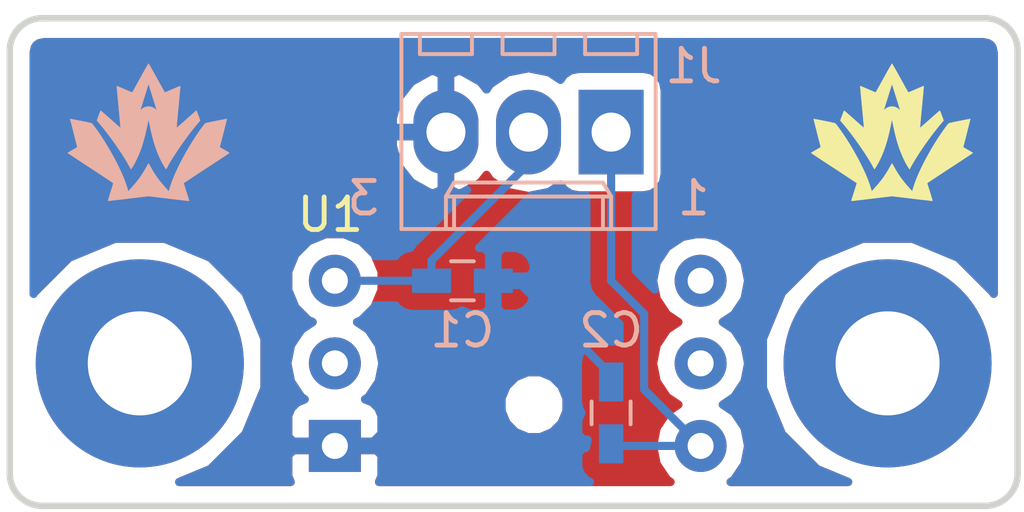
<source format=kicad_pcb>
(kicad_pcb (version 20171130) (host pcbnew "(5.0.0)")

  (general
    (thickness 1.6)
    (drawings 10)
    (tracks 18)
    (zones 0)
    (modules 8)
    (nets 7)
  )

  (page A4)
  (layers
    (0 F.Cu signal)
    (31 B.Cu signal)
    (32 B.Adhes user)
    (33 F.Adhes user)
    (34 B.Paste user)
    (35 F.Paste user)
    (36 B.SilkS user)
    (37 F.SilkS user)
    (38 B.Mask user)
    (39 F.Mask user)
    (40 Dwgs.User user hide)
    (41 Cmts.User user)
    (42 Eco1.User user)
    (43 Eco2.User user hide)
    (44 Edge.Cuts user)
    (45 Margin user)
    (46 B.CrtYd user hide)
    (47 F.CrtYd user hide)
    (48 B.Fab user hide)
    (49 F.Fab user hide)
  )

  (setup
    (last_trace_width 0.25)
    (trace_clearance 0.2)
    (zone_clearance 0.508)
    (zone_45_only no)
    (trace_min 0.2)
    (segment_width 0.2)
    (edge_width 0.2)
    (via_size 0.8)
    (via_drill 0.4)
    (via_min_size 0.4)
    (via_min_drill 0.3)
    (uvia_size 0.3)
    (uvia_drill 0.1)
    (uvias_allowed no)
    (uvia_min_size 0.2)
    (uvia_min_drill 0.1)
    (pcb_text_width 0.3)
    (pcb_text_size 1.5 1.5)
    (mod_edge_width 0.15)
    (mod_text_size 1 1)
    (mod_text_width 0.15)
    (pad_size 1.524 1.524)
    (pad_drill 0.762)
    (pad_to_mask_clearance 0.2)
    (aux_axis_origin 0 0)
    (visible_elements 7FFFFF7F)
    (pcbplotparams
      (layerselection 0x010fc_ffffffff)
      (usegerberextensions false)
      (usegerberattributes false)
      (usegerberadvancedattributes false)
      (creategerberjobfile false)
      (excludeedgelayer true)
      (linewidth 0.100000)
      (plotframeref false)
      (viasonmask false)
      (mode 1)
      (useauxorigin false)
      (hpglpennumber 1)
      (hpglpenspeed 20)
      (hpglpendiameter 15.000000)
      (psnegative false)
      (psa4output false)
      (plotreference true)
      (plotvalue true)
      (plotinvisibletext false)
      (padsonsilk false)
      (subtractmaskfromsilk false)
      (outputformat 1)
      (mirror false)
      (drillshape 1)
      (scaleselection 1)
      (outputdirectory ""))
  )

  (net 0 "")
  (net 1 /VOUT)
  (net 2 GND)
  (net 3 +5V)
  (net 4 "Net-(U1-Pad5)")
  (net 5 "Net-(U1-Pad2)")
  (net 6 "Net-(U1-Pad4)")

  (net_class Default "This is the default net class."
    (clearance 0.2)
    (trace_width 0.25)
    (via_dia 0.8)
    (via_drill 0.4)
    (uvia_dia 0.3)
    (uvia_drill 0.1)
    (add_net +5V)
    (add_net /VOUT)
    (add_net GND)
    (add_net "Net-(U1-Pad2)")
    (add_net "Net-(U1-Pad4)")
    (add_net "Net-(U1-Pad5)")
  )

  (module Team_Logo:Logo_SilkScreen_5mm (layer B.Cu) (tedit 0) (tstamp 5CD7722B)
    (at 144.272 95.504 180)
    (fp_text reference G*** (at 0 0 180) (layer B.SilkS) hide
      (effects (font (size 1.524 1.524) (thickness 0.3)) (justify mirror))
    )
    (fp_text value LOGO (at 0.75 0 180) (layer B.SilkS) hide
      (effects (font (size 1.524 1.524) (thickness 0.3)) (justify mirror))
    )
    (fp_poly (pts (xy -2.399303 0.40603) (xy -2.379967 0.4026) (xy -2.349648 0.39697) (xy -2.309681 0.389395)
      (xy -2.261401 0.380129) (xy -2.206141 0.369428) (xy -2.145238 0.357545) (xy -2.080024 0.344737)
      (xy -2.078906 0.344516) (xy -1.998323 0.328526) (xy -1.930525 0.314818) (xy -1.874604 0.303185)
      (xy -1.829652 0.29342) (xy -1.794761 0.285317) (xy -1.769022 0.27867) (xy -1.751526 0.273271)
      (xy -1.741367 0.268915) (xy -1.738898 0.267196) (xy -1.726426 0.253773) (xy -1.707274 0.230344)
      (xy -1.682553 0.198434) (xy -1.653376 0.159567) (xy -1.620856 0.115268) (xy -1.586104 0.067063)
      (xy -1.550233 0.016476) (xy -1.514356 -0.034969) (xy -1.479585 -0.085745) (xy -1.457727 -0.118234)
      (xy -1.354458 -0.277334) (xy -1.253281 -0.441776) (xy -1.155346 -0.609429) (xy -1.061801 -0.778163)
      (xy -0.973798 -0.945847) (xy -0.892487 -1.110352) (xy -0.819016 -1.269546) (xy -0.755218 -1.419617)
      (xy -0.739134 -1.46063) (xy -0.72165 -1.507438) (xy -0.703589 -1.557618) (xy -0.68577 -1.608749)
      (xy -0.669013 -1.658409) (xy -0.65414 -1.704176) (xy -0.64197 -1.743629) (xy -0.633324 -1.774346)
      (xy -0.629611 -1.790372) (xy -0.625353 -1.807015) (xy -0.62088 -1.815845) (xy -0.619923 -1.816274)
      (xy -0.613246 -1.811234) (xy -0.598928 -1.797142) (xy -0.578354 -1.775541) (xy -0.552912 -1.747973)
      (xy -0.523984 -1.715981) (xy -0.492958 -1.681108) (xy -0.461218 -1.644897) (xy -0.430149 -1.608889)
      (xy -0.401136 -1.574628) (xy -0.379951 -1.54904) (xy -0.315069 -1.46714) (xy -0.25532 -1.386123)
      (xy -0.198583 -1.302812) (xy -0.142732 -1.214035) (xy -0.085646 -1.116615) (xy -0.059188 -1.069471)
      (xy -0.039487 -1.034757) (xy -0.021834 -1.005166) (xy -0.00738 -0.982505) (xy 0.002728 -0.968579)
      (xy 0.007259 -0.965088) (xy 0.012526 -0.973146) (xy 0.022843 -0.990848) (xy 0.036705 -1.015556)
      (xy 0.052178 -1.043836) (xy 0.129089 -1.179716) (xy 0.207247 -1.30481) (xy 0.28871 -1.422225)
      (xy 0.375537 -1.53507) (xy 0.386337 -1.548357) (xy 0.412781 -1.580211) (xy 0.442384 -1.61504)
      (xy 0.473767 -1.651306) (xy 0.505545 -1.687468) (xy 0.536339 -1.721989) (xy 0.564766 -1.753329)
      (xy 0.589445 -1.779948) (xy 0.608992 -1.800309) (xy 0.622028 -1.812872) (xy 0.626883 -1.816274)
      (xy 0.631129 -1.810181) (xy 0.63561 -1.795069) (xy 0.636571 -1.790372) (xy 0.641986 -1.767926)
      (xy 0.651549 -1.7349) (xy 0.66444 -1.693717) (xy 0.679838 -1.646799) (xy 0.696924 -1.596567)
      (xy 0.714876 -1.545443) (xy 0.732873 -1.495849) (xy 0.750097 -1.450206) (xy 0.762178 -1.419617)
      (xy 0.825492 -1.270701) (xy 0.897659 -1.114261) (xy 0.977518 -0.952442) (xy 1.063912 -0.78739)
      (xy 1.155683 -0.621251) (xy 1.251672 -0.456171) (xy 1.350722 -0.294296) (xy 1.451675 -0.137772)
      (xy 1.463995 -0.119251) (xy 1.497378 -0.069822) (xy 1.532611 -0.018694) (xy 1.568585 0.032611)
      (xy 1.604188 0.08257) (xy 1.638312 0.129661) (xy 1.669845 0.172361) (xy 1.697678 0.209146)
      (xy 1.7207 0.238496) (xy 1.737802 0.258886) (xy 1.745553 0.266921) (xy 1.752906 0.270889)
      (xy 1.767791 0.275934) (xy 1.791057 0.282248) (xy 1.823552 0.290023) (xy 1.866124 0.299453)
      (xy 1.919624 0.310729) (xy 1.984898 0.324045) (xy 2.062795 0.339593) (xy 2.085561 0.344092)
      (xy 2.150866 0.356936) (xy 2.211884 0.368863) (xy 2.267281 0.379618) (xy 2.315724 0.388945)
      (xy 2.355878 0.396588) (xy 2.386409 0.402292) (xy 2.405985 0.405802) (xy 2.413271 0.406863)
      (xy 2.413282 0.406857) (xy 2.411871 0.400157) (xy 2.407357 0.381354) (xy 2.400092 0.351829)
      (xy 2.390424 0.312961) (xy 2.378704 0.266131) (xy 2.365282 0.212718) (xy 2.350509 0.154103)
      (xy 2.334733 0.091666) (xy 2.318307 0.026786) (xy 2.301579 -0.039155) (xy 2.284899 -0.104779)
      (xy 2.268619 -0.168704) (xy 2.253087 -0.229551) (xy 2.238655 -0.28594) (xy 2.225672 -0.336491)
      (xy 2.214488 -0.379823) (xy 2.205454 -0.414557) (xy 2.19892 -0.439312) (xy 2.195235 -0.452708)
      (xy 2.195076 -0.453241) (xy 2.196765 -0.458541) (xy 2.205068 -0.466598) (xy 2.221059 -0.478116)
      (xy 2.245815 -0.493804) (xy 2.280413 -0.514366) (xy 2.325929 -0.540511) (xy 2.341465 -0.549317)
      (xy 2.382695 -0.57284) (xy 2.419584 -0.594285) (xy 2.450494 -0.612666) (xy 2.473786 -0.626997)
      (xy 2.487821 -0.636294) (xy 2.491288 -0.6394) (xy 2.485575 -0.643811) (xy 2.468909 -0.655347)
      (xy 2.442003 -0.673538) (xy 2.405567 -0.697913) (xy 2.360312 -0.728004) (xy 2.30695 -0.76334)
      (xy 2.246192 -0.803452) (xy 2.178749 -0.84787) (xy 2.105332 -0.896125) (xy 2.026653 -0.947746)
      (xy 1.943423 -1.002264) (xy 1.856352 -1.05921) (xy 1.788519 -1.103515) (xy 1.699009 -1.162002)
      (xy 1.6128 -1.218441) (xy 1.530605 -1.27236) (xy 1.453136 -1.323288) (xy 1.381103 -1.370752)
      (xy 1.315218 -1.414282) (xy 1.256194 -1.453407) (xy 1.204741 -1.487654) (xy 1.161572 -1.516551)
      (xy 1.127398 -1.539629) (xy 1.10293 -1.556414) (xy 1.088881 -1.566436) (xy 1.085609 -1.569233)
      (xy 1.087617 -1.577185) (xy 1.093405 -1.596948) (xy 1.102527 -1.627073) (xy 1.114537 -1.666109)
      (xy 1.128987 -1.712609) (xy 1.14543 -1.765123) (xy 1.163421 -1.8222) (xy 1.169899 -1.842667)
      (xy 1.188187 -1.900842) (xy 1.204891 -1.954858) (xy 1.219588 -2.003284) (xy 1.231858 -2.044691)
      (xy 1.241279 -2.077649) (xy 1.247428 -2.100726) (xy 1.249885 -2.112494) (xy 1.24979 -2.113681)
      (xy 1.242366 -2.113537) (xy 1.222111 -2.111817) (xy 1.190012 -2.108631) (xy 1.147052 -2.10409)
      (xy 1.094217 -2.098305) (xy 1.032491 -2.091385) (xy 0.962861 -2.083441) (xy 0.886309 -2.074584)
      (xy 0.803823 -2.064924) (xy 0.716386 -2.054571) (xy 0.624983 -2.043637) (xy 0.624365 -2.043562)
      (xy 0.00348 -1.968904) (xy -0.604682 -2.042206) (xy -0.695479 -2.053127) (xy -0.782541 -2.063557)
      (xy -0.864846 -2.073374) (xy -0.941372 -2.08246) (xy -1.011098 -2.090694) (xy -1.073003 -2.097956)
      (xy -1.126065 -2.104126) (xy -1.169262 -2.109085) (xy -1.201573 -2.112712) (xy -1.221976 -2.114888)
      (xy -1.229244 -2.115507) (xy -1.241843 -2.113419) (xy -1.245644 -2.109732) (xy -1.243606 -2.102038)
      (xy -1.237792 -2.082534) (xy -1.228652 -2.052669) (xy -1.216636 -2.013894) (xy -1.202194 -1.967658)
      (xy -1.185777 -1.915412) (xy -1.167833 -1.858605) (xy -1.162137 -1.840631) (xy -1.143807 -1.782644)
      (xy -1.126871 -1.728704) (xy -1.111779 -1.680273) (xy -1.098982 -1.638814) (xy -1.08893 -1.605788)
      (xy -1.082074 -1.582658) (xy -1.078865 -1.570887) (xy -1.07868 -1.56979) (xy -1.084401 -1.565101)
      (xy -1.101077 -1.553295) (xy -1.127996 -1.534844) (xy -1.164447 -1.51022) (xy -1.209717 -1.479894)
      (xy -1.263097 -1.44434) (xy -1.323873 -1.404028) (xy -1.391335 -1.359433) (xy -1.464771 -1.311025)
      (xy -1.54347 -1.259276) (xy -1.626719 -1.20466) (xy -1.713808 -1.147648) (xy -1.781529 -1.103395)
      (xy -1.871025 -1.044918) (xy -1.957219 -0.988516) (xy -2.039398 -0.934658) (xy -2.116852 -0.883814)
      (xy -2.18887 -0.836454) (xy -2.254741 -0.793047) (xy -2.313754 -0.754064) (xy -2.365197 -0.719972)
      (xy -2.408359 -0.691244) (xy -2.442529 -0.668346) (xy -2.466997 -0.651751) (xy -2.48105 -0.641926)
      (xy -2.484328 -0.63928) (xy -2.478524 -0.634556) (xy -2.462203 -0.624037) (xy -2.437005 -0.608707)
      (xy -2.404568 -0.58955) (xy -2.366532 -0.567549) (xy -2.334506 -0.549317) (xy -2.285592 -0.521406)
      (xy -2.247911 -0.499284) (xy -2.220387 -0.482243) (xy -2.201943 -0.469578) (xy -2.191503 -0.460582)
      (xy -2.18799 -0.454548) (xy -2.188116 -0.453241) (xy -2.191584 -0.440724) (xy -2.197926 -0.416746)
      (xy -2.206793 -0.382687) (xy -2.217835 -0.339928) (xy -2.230701 -0.289849) (xy -2.245041 -0.233829)
      (xy -2.260505 -0.17325) (xy -2.276744 -0.109492) (xy -2.293407 -0.043934) (xy -2.310143 0.022043)
      (xy -2.326604 0.087059) (xy -2.342438 0.149733) (xy -2.357295 0.208686) (xy -2.370827 0.262537)
      (xy -2.382681 0.309906) (xy -2.392509 0.349412) (xy -2.39996 0.379676) (xy -2.404685 0.399318)
      (xy -2.406332 0.406956) (xy -2.406323 0.407006) (xy -2.399303 0.40603)) (layer B.SilkS) (width 0.01))
    (fp_poly (pts (xy 0.007914 2.102095) (xy 0.018516 2.084931) (xy 0.034733 2.057506) (xy 0.056017 2.020785)
      (xy 0.081817 1.975731) (xy 0.111583 1.92331) (xy 0.144765 1.864485) (xy 0.180813 1.800222)
      (xy 0.219176 1.731483) (xy 0.252447 1.671606) (xy 0.292369 1.599633) (xy 0.330398 1.531105)
      (xy 0.365983 1.467012) (xy 0.398574 1.408344) (xy 0.427619 1.356092) (xy 0.452569 1.311245)
      (xy 0.472873 1.274795) (xy 0.48798 1.24773) (xy 0.497339 1.231042) (xy 0.500334 1.225803)
      (xy 0.504557 1.224399) (xy 0.51441 1.22605) (xy 0.530913 1.231149) (xy 0.55509 1.240091)
      (xy 0.587962 1.253272) (xy 0.630551 1.271084) (xy 0.68388 1.293924) (xy 0.740783 1.318615)
      (xy 0.794229 1.34174) (xy 0.843633 1.362802) (xy 0.887555 1.38121) (xy 0.924557 1.396375)
      (xy 0.953199 1.407707) (xy 0.972043 1.414618) (xy 0.979651 1.416518) (xy 0.9797 1.416483)
      (xy 0.97968 1.409077) (xy 0.978395 1.388792) (xy 0.97593 1.356601) (xy 0.972371 1.313478)
      (xy 0.967805 1.260395) (xy 0.962318 1.198327) (xy 0.955995 1.128245) (xy 0.948924 1.051124)
      (xy 0.94119 0.967936) (xy 0.93288 0.879655) (xy 0.92408 0.787253) (xy 0.922606 0.771887)
      (xy 0.913721 0.678942) (xy 0.905282 0.589986) (xy 0.897379 0.50599) (xy 0.890099 0.427923)
      (xy 0.883532 0.356756) (xy 0.877764 0.293459) (xy 0.872885 0.239002) (xy 0.868983 0.194357)
      (xy 0.866146 0.160493) (xy 0.864462 0.138381) (xy 0.86402 0.12899) (xy 0.864073 0.128731)
      (xy 0.869652 0.132689) (xy 0.884688 0.145113) (xy 0.908257 0.165197) (xy 0.939434 0.192137)
      (xy 0.977296 0.225127) (xy 1.020918 0.263364) (xy 1.069376 0.306041) (xy 1.121745 0.352354)
      (xy 1.168061 0.39346) (xy 1.223108 0.442306) (xy 1.2751 0.488277) (xy 1.3231 0.530555)
      (xy 1.366174 0.568324) (xy 1.403385 0.600767) (xy 1.433797 0.627069) (xy 1.456475 0.646413)
      (xy 1.470482 0.657982) (xy 1.474853 0.661095) (xy 1.476978 0.659537) (xy 1.480242 0.654092)
      (xy 1.485099 0.643602) (xy 1.492001 0.626911) (xy 1.501401 0.602862) (xy 1.513751 0.570298)
      (xy 1.529503 0.528061) (xy 1.549111 0.474996) (xy 1.571753 0.413417) (xy 1.592427 0.357108)
      (xy 1.533126 0.288698) (xy 1.456616 0.198194) (xy 1.376367 0.099105) (xy 1.293504 -0.00696)
      (xy 1.209153 -0.118391) (xy 1.12444 -0.233578) (xy 1.04049 -0.350911) (xy 0.958429 -0.468779)
      (xy 0.879382 -0.585573) (xy 0.804476 -0.699683) (xy 0.734836 -0.809499) (xy 0.671587 -0.91341)
      (xy 0.615856 -1.009807) (xy 0.582192 -1.071437) (xy 0.544401 -1.142623) (xy 0.521445 -1.109258)
      (xy 0.477684 -1.040895) (xy 0.432339 -0.961222) (xy 0.3865 -0.872587) (xy 0.341257 -0.777337)
      (xy 0.297702 -0.677821) (xy 0.256925 -0.576387) (xy 0.220016 -0.475383) (xy 0.201808 -0.421014)
      (xy 0.168975 -0.31398) (xy 0.136111 -0.196397) (xy 0.104045 -0.071606) (xy 0.073605 0.057052)
      (xy 0.045619 0.186234) (xy 0.023846 0.296803) (xy 0.004129 0.402236) (xy -0.031696 0.223734)
      (xy -0.071287 0.037848) (xy -0.112993 -0.13529) (xy -0.15719 -0.296738) (xy -0.204253 -0.447556)
      (xy -0.254557 -0.588803) (xy -0.308478 -0.721539) (xy -0.366391 -0.846822) (xy -0.42867 -0.965714)
      (xy -0.489731 -1.069689) (xy -0.506356 -1.096104) (xy -0.520568 -1.117856) (xy -0.530643 -1.132356)
      (xy -0.534554 -1.136989) (xy -0.539719 -1.132639) (xy -0.549334 -1.11834) (xy -0.561763 -1.096659)
      (xy -0.569037 -1.082849) (xy -0.609485 -1.007484) (xy -0.658109 -0.923061) (xy -0.713921 -0.830995)
      (xy -0.775934 -0.732702) (xy -0.843159 -0.629597) (xy -0.914609 -0.523097) (xy -0.989296 -0.414616)
      (xy -1.066231 -0.305572) (xy -1.144426 -0.197379) (xy -1.222894 -0.091454) (xy -1.300647 0.010787)
      (xy -1.376696 0.10793) (xy -1.450053 0.198558) (xy -1.519731 0.281255) (xy -1.526167 0.288698)
      (xy -1.585467 0.357108) (xy -1.564794 0.413417) (xy -1.541096 0.477864) (xy -1.521684 0.530382)
      (xy -1.506108 0.572126) (xy -1.493915 0.604252) (xy -1.484653 0.627918) (xy -1.47787 0.644278)
      (xy -1.473114 0.65449) (xy -1.469933 0.659709) (xy -1.467968 0.661095) (xy -1.461878 0.656599)
      (xy -1.446336 0.643655) (xy -1.42228 0.623079) (xy -1.390645 0.595687) (xy -1.352366 0.562294)
      (xy -1.30838 0.523717) (xy -1.259622 0.480772) (xy -1.207029 0.434274) (xy -1.161099 0.393538)
      (xy -1.106136 0.344809) (xy -1.054313 0.299038) (xy -1.006554 0.257027) (xy -0.963782 0.219582)
      (xy -0.926922 0.187508) (xy -0.896898 0.16161) (xy -0.874634 0.142691) (xy -0.861055 0.131556)
      (xy -0.857036 0.128808) (xy -0.857275 0.135991) (xy -0.85877 0.156056) (xy -0.861433 0.188034)
      (xy -0.865175 0.230953) (xy -0.869907 0.283845) (xy -0.875541 0.345739) (xy -0.881989 0.415664)
      (xy -0.889162 0.49265) (xy -0.896973 0.575728) (xy -0.905331 0.663927) (xy -0.906411 0.675241)
      (xy -0.24938 0.675241) (xy -0.246837 0.674499) (xy -0.236612 0.68203) (xy -0.220832 0.696236)
      (xy -0.21879 0.698194) (xy -0.194172 0.718687) (xy -0.163582 0.739692) (xy -0.135698 0.755571)
      (xy -0.073588 0.779156) (xy -0.010539 0.789226) (xy 0.052073 0.78599) (xy 0.112872 0.769657)
      (xy 0.170481 0.740437) (xy 0.220452 0.701447) (xy 0.238262 0.685581) (xy 0.250904 0.675876)
      (xy 0.256292 0.673876) (xy 0.256181 0.675013) (xy 0.253497 0.683383) (xy 0.247047 0.703849)
      (xy 0.237204 0.735219) (xy 0.224341 0.776302) (xy 0.20883 0.825904) (xy 0.191044 0.882836)
      (xy 0.171357 0.945903) (xy 0.15014 1.013915) (xy 0.12888 1.082109) (xy 0.106647 1.1534)
      (xy 0.085658 1.220629) (xy 0.066273 1.282639) (xy 0.048857 1.338272) (xy 0.033771 1.386372)
      (xy 0.02138 1.425781) (xy 0.012046 1.455342) (xy 0.006131 1.473897) (xy 0.004004 1.480288)
      (xy 0.00177 1.474112) (xy -0.004235 1.45579) (xy -0.013648 1.426464) (xy -0.026109 1.387278)
      (xy -0.041255 1.339376) (xy -0.058726 1.2839) (xy -0.078159 1.221995) (xy -0.099193 1.154804)
      (xy -0.121417 1.08363) (xy -0.143799 1.011891) (xy -0.165009 0.943968) (xy -0.184676 0.881049)
      (xy -0.202427 0.824323) (xy -0.217888 0.774979) (xy -0.230689 0.734205) (xy -0.240456 0.703189)
      (xy -0.246817 0.683121) (xy -0.24938 0.675241) (xy -0.906411 0.675241) (xy -0.91415 0.756276)
      (xy -0.915647 0.771887) (xy -0.924518 0.864869) (xy -0.932912 0.95389) (xy -0.940743 1.037977)
      (xy -0.947924 1.116157) (xy -0.954369 1.187457) (xy -0.959992 1.250902) (xy -0.964707 1.305521)
      (xy -0.968428 1.350339) (xy -0.971069 1.384383) (xy -0.972543 1.40668) (xy -0.972765 1.416258)
      (xy -0.972677 1.416546) (xy -0.965514 1.414872) (xy -0.947062 1.408168) (xy -0.918764 1.397026)
      (xy -0.882062 1.382034) (xy -0.838401 1.363782) (xy -0.789225 1.342861) (xy -0.735976 1.319861)
      (xy -0.734875 1.319382) (xy -0.681614 1.29623) (xy -0.632494 1.274931) (xy -0.588947 1.256101)
      (xy -0.552404 1.240358) (xy -0.524295 1.228317) (xy -0.506051 1.220595) (xy -0.499105 1.217809)
      (xy -0.499091 1.217808) (xy -0.495415 1.223739) (xy -0.48554 1.240897) (xy -0.469998 1.268328)
      (xy -0.449323 1.305078) (xy -0.424048 1.350194) (xy -0.394707 1.402721) (xy -0.361833 1.461707)
      (xy -0.32596 1.526196) (xy -0.287622 1.595237) (xy -0.250089 1.662934) (xy -0.209851 1.735394)
      (xy -0.171468 1.804189) (xy -0.135484 1.868364) (xy -0.102442 1.926964) (xy -0.072887 1.979033)
      (xy -0.047362 2.023618) (xy -0.026413 2.059762) (xy -0.010582 2.086511) (xy -0.000415 2.102909)
      (xy 0.00348 2.108033) (xy 0.007914 2.102095)) (layer B.SilkS) (width 0.01))
  )

  (module Mounting_Holes:MountingHole_3.2mm_M3_Pad (layer F.Cu) (tedit 5CD71759) (tstamp 5CD74C8E)
    (at 144 102.616)
    (descr "Mounting Hole 3.2mm, M3")
    (tags "mounting hole 3.2mm m3")
    (attr virtual)
    (fp_text reference REF** (at 0 -4.2) (layer F.SilkS) hide
      (effects (font (size 1 1) (thickness 0.15)))
    )
    (fp_text value MountingHole_3.2mm_M3_Pad (at 0 4.2) (layer F.Fab)
      (effects (font (size 1 1) (thickness 0.15)))
    )
    (fp_circle (center 0 0) (end 3.45 0) (layer F.CrtYd) (width 0.05))
    (fp_circle (center 0 0) (end 3.2 0) (layer Cmts.User) (width 0.15))
    (fp_text user %R (at 0.3 0) (layer F.Fab)
      (effects (font (size 1 1) (thickness 0.15)))
    )
    (pad 1 thru_hole circle (at 0 0) (size 6.4 6.4) (drill 3.2) (layers *.Cu *.Mask))
  )

  (module Payload_StandardPackages:DIP-6_W11.25mm (layer F.Cu) (tedit 5CD713F2) (tstamp 5CD71CEA)
    (at 150 100.076)
    (descr "6-lead though-hole mounted DIP package, row spacing 10.16 mm (400 mils)")
    (tags "THT DIP DIL PDIP 2.54mm 10.16mm 400mil")
    (path /5C9BD3E8)
    (fp_text reference U1 (at -0.14 -2.032) (layer F.SilkS)
      (effects (font (size 1 1) (thickness 0.15)))
    )
    (fp_text value ABPDANT005PGAA5 (at 5.08 7.41) (layer F.Fab)
      (effects (font (size 1 1) (thickness 0.15)))
    )
    (fp_text user %R (at 5.842 2.54) (layer F.Fab)
      (effects (font (size 1 1) (thickness 0.15)))
    )
    (fp_line (start 12.3 -1.55) (end -1.05 -1.55) (layer F.CrtYd) (width 0.05))
    (fp_line (start 12.3 6.6) (end 12.3 -1.55) (layer F.CrtYd) (width 0.05))
    (fp_line (start -1.05 6.6) (end 12.3 6.6) (layer F.CrtYd) (width 0.05))
    (fp_line (start -1.05 -1.55) (end -1.05 6.6) (layer F.CrtYd) (width 0.05))
    (fp_line (start 2.667 -0.27) (end 3.667 -1.27) (layer F.Fab) (width 0.1))
    (fp_line (start 2.667 6.35) (end 2.667 -0.27) (layer F.Fab) (width 0.1))
    (fp_line (start 9.017 6.35) (end 2.667 6.35) (layer F.Fab) (width 0.1))
    (fp_line (start 9.017 -1.27) (end 9.017 6.35) (layer F.Fab) (width 0.1))
    (pad "" np_thru_hole circle (at 6.125 3.81) (size 0.73 0.73) (drill 0.73) (layers *.Cu *.Mask))
    (pad 4 thru_hole oval (at 11.25 0) (size 1.6 1.6) (drill 0.8) (layers *.Cu *.Mask)
      (net 6 "Net-(U1-Pad4)"))
    (pad 1 thru_hole rect (at 0 5.08) (size 1.6 1.6) (drill 0.8) (layers *.Cu *.Mask)
      (net 2 GND))
    (pad 5 thru_hole oval (at 11.25 2.54) (size 1.6 1.6) (drill 0.8) (layers *.Cu *.Mask)
      (net 4 "Net-(U1-Pad5)"))
    (pad 2 thru_hole oval (at 0 2.54) (size 1.6 1.6) (drill 0.8) (layers *.Cu *.Mask)
      (net 5 "Net-(U1-Pad2)"))
    (pad 6 thru_hole oval (at 11.25 5.08) (size 1.6 1.6) (drill 0.8) (layers *.Cu *.Mask)
      (net 3 +5V))
    (pad 3 thru_hole circle (at 0 0) (size 1.6 1.6) (drill 0.8) (layers *.Cu *.Mask)
      (net 1 /VOUT))
    (model "D:/Tracked Repos/Payload 2019/Hardware/libs/Models/Modules/ABP Series DIP AN Wet Media.stp"
      (offset (xyz -22 37.5 4.5))
      (scale (xyz 1 1 1))
      (rotate (xyz 0 0 0))
    )
  )

  (module Capacitors_SMD:C_0603_HandSoldering (layer B.Cu) (tedit 58AA848B) (tstamp 5CA5D21E)
    (at 153.924 100.076)
    (descr "Capacitor SMD 0603, hand soldering")
    (tags "capacitor 0603")
    (path /5C9BD66E)
    (attr smd)
    (fp_text reference C1 (at 0 1.524 -180) (layer B.SilkS)
      (effects (font (size 1 1) (thickness 0.15)) (justify mirror))
    )
    (fp_text value 0.001uF (at 0 -1.5) (layer B.Fab)
      (effects (font (size 1 1) (thickness 0.15)) (justify mirror))
    )
    (fp_text user %R (at 0 1.25) (layer B.Fab)
      (effects (font (size 1 1) (thickness 0.15)) (justify mirror))
    )
    (fp_line (start -0.8 -0.4) (end -0.8 0.4) (layer B.Fab) (width 0.1))
    (fp_line (start 0.8 -0.4) (end -0.8 -0.4) (layer B.Fab) (width 0.1))
    (fp_line (start 0.8 0.4) (end 0.8 -0.4) (layer B.Fab) (width 0.1))
    (fp_line (start -0.8 0.4) (end 0.8 0.4) (layer B.Fab) (width 0.1))
    (fp_line (start -0.35 0.6) (end 0.35 0.6) (layer B.SilkS) (width 0.12))
    (fp_line (start 0.35 -0.6) (end -0.35 -0.6) (layer B.SilkS) (width 0.12))
    (fp_line (start -1.8 0.65) (end 1.8 0.65) (layer B.CrtYd) (width 0.05))
    (fp_line (start -1.8 0.65) (end -1.8 -0.65) (layer B.CrtYd) (width 0.05))
    (fp_line (start 1.8 -0.65) (end 1.8 0.65) (layer B.CrtYd) (width 0.05))
    (fp_line (start 1.8 -0.65) (end -1.8 -0.65) (layer B.CrtYd) (width 0.05))
    (pad 1 smd rect (at -0.95 0) (size 1.2 0.75) (layers B.Cu B.Paste B.Mask)
      (net 1 /VOUT))
    (pad 2 smd rect (at 0.95 0) (size 1.2 0.75) (layers B.Cu B.Paste B.Mask)
      (net 2 GND))
    (model Capacitors_SMD.3dshapes/C_0603.wrl
      (at (xyz 0 0 0))
      (scale (xyz 1 1 1))
      (rotate (xyz 0 0 0))
    )
  )

  (module Capacitors_SMD:C_0603_HandSoldering (layer B.Cu) (tedit 58AA848B) (tstamp 5CA5D22F)
    (at 158.496 104.14 90)
    (descr "Capacitor SMD 0603, hand soldering")
    (tags "capacitor 0603")
    (path /5C9BD46B)
    (attr smd)
    (fp_text reference C2 (at 2.54 0) (layer B.SilkS)
      (effects (font (size 1 1) (thickness 0.15)) (justify mirror))
    )
    (fp_text value 0.1uF (at 0 -1.5 90) (layer B.Fab)
      (effects (font (size 1 1) (thickness 0.15)) (justify mirror))
    )
    (fp_line (start 1.8 -0.65) (end -1.8 -0.65) (layer B.CrtYd) (width 0.05))
    (fp_line (start 1.8 -0.65) (end 1.8 0.65) (layer B.CrtYd) (width 0.05))
    (fp_line (start -1.8 0.65) (end -1.8 -0.65) (layer B.CrtYd) (width 0.05))
    (fp_line (start -1.8 0.65) (end 1.8 0.65) (layer B.CrtYd) (width 0.05))
    (fp_line (start 0.35 -0.6) (end -0.35 -0.6) (layer B.SilkS) (width 0.12))
    (fp_line (start -0.35 0.6) (end 0.35 0.6) (layer B.SilkS) (width 0.12))
    (fp_line (start -0.8 0.4) (end 0.8 0.4) (layer B.Fab) (width 0.1))
    (fp_line (start 0.8 0.4) (end 0.8 -0.4) (layer B.Fab) (width 0.1))
    (fp_line (start 0.8 -0.4) (end -0.8 -0.4) (layer B.Fab) (width 0.1))
    (fp_line (start -0.8 -0.4) (end -0.8 0.4) (layer B.Fab) (width 0.1))
    (fp_text user %R (at 0 1.25 90) (layer B.Fab)
      (effects (font (size 1 1) (thickness 0.15)) (justify mirror))
    )
    (pad 2 smd rect (at 0.95 0 90) (size 1.2 0.75) (layers B.Cu B.Paste B.Mask)
      (net 2 GND))
    (pad 1 smd rect (at -0.95 0 90) (size 1.2 0.75) (layers B.Cu B.Paste B.Mask)
      (net 3 +5V))
    (model Capacitors_SMD.3dshapes/C_0603.wrl
      (at (xyz 0 0 0))
      (scale (xyz 1 1 1))
      (rotate (xyz 0 0 0))
    )
  )

  (module Connectors_Molex:Molex_KK-6410-03_03x2.54mm_Straight (layer B.Cu) (tedit 58EE6EE6) (tstamp 5CD71764)
    (at 158.496 95.504 180)
    (descr "Connector Headers with Friction Lock, 22-27-2031, http://www.molex.com/pdm_docs/sd/022272021_sd.pdf")
    (tags "connector molex kk_6410 22-27-2031")
    (path /5CCFF23E)
    (fp_text reference J1 (at -2.54 2.032) (layer B.SilkS)
      (effects (font (size 1 1) (thickness 0.15)) (justify mirror))
    )
    (fp_text value Conn_01x03 (at 2.54 -4.5 180) (layer B.Fab)
      (effects (font (size 1 1) (thickness 0.15)) (justify mirror))
    )
    (fp_text user %R (at 2.54 0 180) (layer B.Fab)
      (effects (font (size 1 1) (thickness 0.15)) (justify mirror))
    )
    (fp_line (start 7 -3.5) (end -1.9 -3.5) (layer B.CrtYd) (width 0.05))
    (fp_line (start 7 3.55) (end 7 -3.5) (layer B.CrtYd) (width 0.05))
    (fp_line (start -1.9 3.55) (end 7 3.55) (layer B.CrtYd) (width 0.05))
    (fp_line (start -1.9 -3.5) (end -1.9 3.55) (layer B.CrtYd) (width 0.05))
    (fp_line (start 5.88 2.4) (end 5.88 3.02) (layer B.SilkS) (width 0.12))
    (fp_line (start 4.28 2.4) (end 5.88 2.4) (layer B.SilkS) (width 0.12))
    (fp_line (start 4.28 3.02) (end 4.28 2.4) (layer B.SilkS) (width 0.12))
    (fp_line (start 3.34 2.4) (end 3.34 3.02) (layer B.SilkS) (width 0.12))
    (fp_line (start 1.74 2.4) (end 3.34 2.4) (layer B.SilkS) (width 0.12))
    (fp_line (start 1.74 3.02) (end 1.74 2.4) (layer B.SilkS) (width 0.12))
    (fp_line (start 0.8 2.4) (end 0.8 3.02) (layer B.SilkS) (width 0.12))
    (fp_line (start -0.8 2.4) (end 0.8 2.4) (layer B.SilkS) (width 0.12))
    (fp_line (start -0.8 3.02) (end -0.8 2.4) (layer B.SilkS) (width 0.12))
    (fp_line (start 4.83 -2.98) (end 4.83 -1.98) (layer B.SilkS) (width 0.12))
    (fp_line (start 0.25 -2.98) (end 0.25 -1.98) (layer B.SilkS) (width 0.12))
    (fp_line (start 4.83 -1.55) (end 5.08 -1.98) (layer B.SilkS) (width 0.12))
    (fp_line (start 0.25 -1.55) (end 4.83 -1.55) (layer B.SilkS) (width 0.12))
    (fp_line (start 0 -1.98) (end 0.25 -1.55) (layer B.SilkS) (width 0.12))
    (fp_line (start 5.08 -1.98) (end 5.08 -2.98) (layer B.SilkS) (width 0.12))
    (fp_line (start 0 -1.98) (end 5.08 -1.98) (layer B.SilkS) (width 0.12))
    (fp_line (start 0 -2.98) (end 0 -1.98) (layer B.SilkS) (width 0.12))
    (fp_line (start 6.45 3.02) (end -1.37 3.02) (layer B.SilkS) (width 0.12))
    (fp_line (start 6.45 -2.98) (end 6.45 3.02) (layer B.SilkS) (width 0.12))
    (fp_line (start -1.37 -2.98) (end 6.45 -2.98) (layer B.SilkS) (width 0.12))
    (fp_line (start -1.37 3.02) (end -1.37 -2.98) (layer B.SilkS) (width 0.12))
    (fp_line (start 6.55 3.12) (end -1.47 3.12) (layer B.Fab) (width 0.12))
    (fp_line (start 6.55 -3.08) (end 6.55 3.12) (layer B.Fab) (width 0.12))
    (fp_line (start -1.47 -3.08) (end 6.55 -3.08) (layer B.Fab) (width 0.12))
    (fp_line (start -1.47 3.12) (end -1.47 -3.08) (layer B.Fab) (width 0.12))
    (pad 3 thru_hole oval (at 5.08 0 180) (size 2 2.6) (drill 1.2) (layers *.Cu *.Mask)
      (net 2 GND))
    (pad 2 thru_hole oval (at 2.54 0 180) (size 2 2.6) (drill 1.2) (layers *.Cu *.Mask)
      (net 1 /VOUT))
    (pad 1 thru_hole rect (at 0 0 180) (size 2 2.6) (drill 1.2) (layers *.Cu *.Mask)
      (net 3 +5V))
    (model "D:/Tracked Repos/Payload 2019/Hardware/libs/Models/Connectors/022232031.stp"
      (offset (xyz 2.5 0 1.5))
      (scale (xyz 1 1 1))
      (rotate (xyz -90 0 180))
    )
  )

  (module Mounting_Holes:MountingHole_3.2mm_M3_Pad (layer F.Cu) (tedit 5CD7175C) (tstamp 5CD74C83)
    (at 167 102.616)
    (descr "Mounting Hole 3.2mm, M3")
    (tags "mounting hole 3.2mm m3")
    (attr virtual)
    (fp_text reference REF** (at 0 -4.2) (layer F.SilkS) hide
      (effects (font (size 1 1) (thickness 0.15)))
    )
    (fp_text value MountingHole_3.2mm_M3_Pad (at 0 4.2) (layer F.Fab)
      (effects (font (size 1 1) (thickness 0.15)))
    )
    (fp_text user %R (at 0.3 0) (layer F.Fab)
      (effects (font (size 1 1) (thickness 0.15)))
    )
    (fp_circle (center 0 0) (end 3.2 0) (layer Cmts.User) (width 0.15))
    (fp_circle (center 0 0) (end 3.45 0) (layer F.CrtYd) (width 0.05))
    (pad 1 thru_hole circle (at 0 0) (size 6.4 6.4) (drill 3.2) (layers *.Cu *.Mask))
  )

  (module Team_Logo:Logo_SilkScreen_5mm (layer F.Cu) (tedit 0) (tstamp 5CD77179)
    (at 167.132 95.504)
    (fp_text reference G*** (at 0 0) (layer F.SilkS) hide
      (effects (font (size 1.524 1.524) (thickness 0.3)))
    )
    (fp_text value LOGO (at 0.75 0) (layer F.SilkS) hide
      (effects (font (size 1.524 1.524) (thickness 0.3)))
    )
    (fp_poly (pts (xy 0.007914 -2.102095) (xy 0.018516 -2.084931) (xy 0.034733 -2.057506) (xy 0.056017 -2.020785)
      (xy 0.081817 -1.975731) (xy 0.111583 -1.92331) (xy 0.144765 -1.864485) (xy 0.180813 -1.800222)
      (xy 0.219176 -1.731483) (xy 0.252447 -1.671606) (xy 0.292369 -1.599633) (xy 0.330398 -1.531105)
      (xy 0.365983 -1.467012) (xy 0.398574 -1.408344) (xy 0.427619 -1.356092) (xy 0.452569 -1.311245)
      (xy 0.472873 -1.274795) (xy 0.48798 -1.24773) (xy 0.497339 -1.231042) (xy 0.500334 -1.225803)
      (xy 0.504557 -1.224399) (xy 0.51441 -1.22605) (xy 0.530913 -1.231149) (xy 0.55509 -1.240091)
      (xy 0.587962 -1.253272) (xy 0.630551 -1.271084) (xy 0.68388 -1.293924) (xy 0.740783 -1.318615)
      (xy 0.794229 -1.34174) (xy 0.843633 -1.362802) (xy 0.887555 -1.38121) (xy 0.924557 -1.396375)
      (xy 0.953199 -1.407707) (xy 0.972043 -1.414618) (xy 0.979651 -1.416518) (xy 0.9797 -1.416483)
      (xy 0.97968 -1.409077) (xy 0.978395 -1.388792) (xy 0.97593 -1.356601) (xy 0.972371 -1.313478)
      (xy 0.967805 -1.260395) (xy 0.962318 -1.198327) (xy 0.955995 -1.128245) (xy 0.948924 -1.051124)
      (xy 0.94119 -0.967936) (xy 0.93288 -0.879655) (xy 0.92408 -0.787253) (xy 0.922606 -0.771887)
      (xy 0.913721 -0.678942) (xy 0.905282 -0.589986) (xy 0.897379 -0.50599) (xy 0.890099 -0.427923)
      (xy 0.883532 -0.356756) (xy 0.877764 -0.293459) (xy 0.872885 -0.239002) (xy 0.868983 -0.194357)
      (xy 0.866146 -0.160493) (xy 0.864462 -0.138381) (xy 0.86402 -0.12899) (xy 0.864073 -0.128731)
      (xy 0.869652 -0.132689) (xy 0.884688 -0.145113) (xy 0.908257 -0.165197) (xy 0.939434 -0.192137)
      (xy 0.977296 -0.225127) (xy 1.020918 -0.263364) (xy 1.069376 -0.306041) (xy 1.121745 -0.352354)
      (xy 1.168061 -0.39346) (xy 1.223108 -0.442306) (xy 1.2751 -0.488277) (xy 1.3231 -0.530555)
      (xy 1.366174 -0.568324) (xy 1.403385 -0.600767) (xy 1.433797 -0.627069) (xy 1.456475 -0.646413)
      (xy 1.470482 -0.657982) (xy 1.474853 -0.661095) (xy 1.476978 -0.659537) (xy 1.480242 -0.654092)
      (xy 1.485099 -0.643602) (xy 1.492001 -0.626911) (xy 1.501401 -0.602862) (xy 1.513751 -0.570298)
      (xy 1.529503 -0.528061) (xy 1.549111 -0.474996) (xy 1.571753 -0.413417) (xy 1.592427 -0.357108)
      (xy 1.533126 -0.288698) (xy 1.456616 -0.198194) (xy 1.376367 -0.099105) (xy 1.293504 0.00696)
      (xy 1.209153 0.118391) (xy 1.12444 0.233578) (xy 1.04049 0.350911) (xy 0.958429 0.468779)
      (xy 0.879382 0.585573) (xy 0.804476 0.699683) (xy 0.734836 0.809499) (xy 0.671587 0.91341)
      (xy 0.615856 1.009807) (xy 0.582192 1.071437) (xy 0.544401 1.142623) (xy 0.521445 1.109258)
      (xy 0.477684 1.040895) (xy 0.432339 0.961222) (xy 0.3865 0.872587) (xy 0.341257 0.777337)
      (xy 0.297702 0.677821) (xy 0.256925 0.576387) (xy 0.220016 0.475383) (xy 0.201808 0.421014)
      (xy 0.168975 0.31398) (xy 0.136111 0.196397) (xy 0.104045 0.071606) (xy 0.073605 -0.057052)
      (xy 0.045619 -0.186234) (xy 0.023846 -0.296803) (xy 0.004129 -0.402236) (xy -0.031696 -0.223734)
      (xy -0.071287 -0.037848) (xy -0.112993 0.13529) (xy -0.15719 0.296738) (xy -0.204253 0.447556)
      (xy -0.254557 0.588803) (xy -0.308478 0.721539) (xy -0.366391 0.846822) (xy -0.42867 0.965714)
      (xy -0.489731 1.069689) (xy -0.506356 1.096104) (xy -0.520568 1.117856) (xy -0.530643 1.132356)
      (xy -0.534554 1.136989) (xy -0.539719 1.132639) (xy -0.549334 1.11834) (xy -0.561763 1.096659)
      (xy -0.569037 1.082849) (xy -0.609485 1.007484) (xy -0.658109 0.923061) (xy -0.713921 0.830995)
      (xy -0.775934 0.732702) (xy -0.843159 0.629597) (xy -0.914609 0.523097) (xy -0.989296 0.414616)
      (xy -1.066231 0.305572) (xy -1.144426 0.197379) (xy -1.222894 0.091454) (xy -1.300647 -0.010787)
      (xy -1.376696 -0.10793) (xy -1.450053 -0.198558) (xy -1.519731 -0.281255) (xy -1.526167 -0.288698)
      (xy -1.585467 -0.357108) (xy -1.564794 -0.413417) (xy -1.541096 -0.477864) (xy -1.521684 -0.530382)
      (xy -1.506108 -0.572126) (xy -1.493915 -0.604252) (xy -1.484653 -0.627918) (xy -1.47787 -0.644278)
      (xy -1.473114 -0.65449) (xy -1.469933 -0.659709) (xy -1.467968 -0.661095) (xy -1.461878 -0.656599)
      (xy -1.446336 -0.643655) (xy -1.42228 -0.623079) (xy -1.390645 -0.595687) (xy -1.352366 -0.562294)
      (xy -1.30838 -0.523717) (xy -1.259622 -0.480772) (xy -1.207029 -0.434274) (xy -1.161099 -0.393538)
      (xy -1.106136 -0.344809) (xy -1.054313 -0.299038) (xy -1.006554 -0.257027) (xy -0.963782 -0.219582)
      (xy -0.926922 -0.187508) (xy -0.896898 -0.16161) (xy -0.874634 -0.142691) (xy -0.861055 -0.131556)
      (xy -0.857036 -0.128808) (xy -0.857275 -0.135991) (xy -0.85877 -0.156056) (xy -0.861433 -0.188034)
      (xy -0.865175 -0.230953) (xy -0.869907 -0.283845) (xy -0.875541 -0.345739) (xy -0.881989 -0.415664)
      (xy -0.889162 -0.49265) (xy -0.896973 -0.575728) (xy -0.905331 -0.663927) (xy -0.906411 -0.675241)
      (xy -0.24938 -0.675241) (xy -0.246837 -0.674499) (xy -0.236612 -0.68203) (xy -0.220832 -0.696236)
      (xy -0.21879 -0.698194) (xy -0.194172 -0.718687) (xy -0.163582 -0.739692) (xy -0.135698 -0.755571)
      (xy -0.073588 -0.779156) (xy -0.010539 -0.789226) (xy 0.052073 -0.78599) (xy 0.112872 -0.769657)
      (xy 0.170481 -0.740437) (xy 0.220452 -0.701447) (xy 0.238262 -0.685581) (xy 0.250904 -0.675876)
      (xy 0.256292 -0.673876) (xy 0.256181 -0.675013) (xy 0.253497 -0.683383) (xy 0.247047 -0.703849)
      (xy 0.237204 -0.735219) (xy 0.224341 -0.776302) (xy 0.20883 -0.825904) (xy 0.191044 -0.882836)
      (xy 0.171357 -0.945903) (xy 0.15014 -1.013915) (xy 0.12888 -1.082109) (xy 0.106647 -1.1534)
      (xy 0.085658 -1.220629) (xy 0.066273 -1.282639) (xy 0.048857 -1.338272) (xy 0.033771 -1.386372)
      (xy 0.02138 -1.425781) (xy 0.012046 -1.455342) (xy 0.006131 -1.473897) (xy 0.004004 -1.480288)
      (xy 0.00177 -1.474112) (xy -0.004235 -1.45579) (xy -0.013648 -1.426464) (xy -0.026109 -1.387278)
      (xy -0.041255 -1.339376) (xy -0.058726 -1.2839) (xy -0.078159 -1.221995) (xy -0.099193 -1.154804)
      (xy -0.121417 -1.08363) (xy -0.143799 -1.011891) (xy -0.165009 -0.943968) (xy -0.184676 -0.881049)
      (xy -0.202427 -0.824323) (xy -0.217888 -0.774979) (xy -0.230689 -0.734205) (xy -0.240456 -0.703189)
      (xy -0.246817 -0.683121) (xy -0.24938 -0.675241) (xy -0.906411 -0.675241) (xy -0.91415 -0.756276)
      (xy -0.915647 -0.771887) (xy -0.924518 -0.864869) (xy -0.932912 -0.95389) (xy -0.940743 -1.037977)
      (xy -0.947924 -1.116157) (xy -0.954369 -1.187457) (xy -0.959992 -1.250902) (xy -0.964707 -1.305521)
      (xy -0.968428 -1.350339) (xy -0.971069 -1.384383) (xy -0.972543 -1.40668) (xy -0.972765 -1.416258)
      (xy -0.972677 -1.416546) (xy -0.965514 -1.414872) (xy -0.947062 -1.408168) (xy -0.918764 -1.397026)
      (xy -0.882062 -1.382034) (xy -0.838401 -1.363782) (xy -0.789225 -1.342861) (xy -0.735976 -1.319861)
      (xy -0.734875 -1.319382) (xy -0.681614 -1.29623) (xy -0.632494 -1.274931) (xy -0.588947 -1.256101)
      (xy -0.552404 -1.240358) (xy -0.524295 -1.228317) (xy -0.506051 -1.220595) (xy -0.499105 -1.217809)
      (xy -0.499091 -1.217808) (xy -0.495415 -1.223739) (xy -0.48554 -1.240897) (xy -0.469998 -1.268328)
      (xy -0.449323 -1.305078) (xy -0.424048 -1.350194) (xy -0.394707 -1.402721) (xy -0.361833 -1.461707)
      (xy -0.32596 -1.526196) (xy -0.287622 -1.595237) (xy -0.250089 -1.662934) (xy -0.209851 -1.735394)
      (xy -0.171468 -1.804189) (xy -0.135484 -1.868364) (xy -0.102442 -1.926964) (xy -0.072887 -1.979033)
      (xy -0.047362 -2.023618) (xy -0.026413 -2.059762) (xy -0.010582 -2.086511) (xy -0.000415 -2.102909)
      (xy 0.00348 -2.108033) (xy 0.007914 -2.102095)) (layer F.SilkS) (width 0.01))
    (fp_poly (pts (xy -2.399303 -0.40603) (xy -2.379967 -0.4026) (xy -2.349648 -0.39697) (xy -2.309681 -0.389395)
      (xy -2.261401 -0.380129) (xy -2.206141 -0.369428) (xy -2.145238 -0.357545) (xy -2.080024 -0.344737)
      (xy -2.078906 -0.344516) (xy -1.998323 -0.328526) (xy -1.930525 -0.314818) (xy -1.874604 -0.303185)
      (xy -1.829652 -0.29342) (xy -1.794761 -0.285317) (xy -1.769022 -0.27867) (xy -1.751526 -0.273271)
      (xy -1.741367 -0.268915) (xy -1.738898 -0.267196) (xy -1.726426 -0.253773) (xy -1.707274 -0.230344)
      (xy -1.682553 -0.198434) (xy -1.653376 -0.159567) (xy -1.620856 -0.115268) (xy -1.586104 -0.067063)
      (xy -1.550233 -0.016476) (xy -1.514356 0.034969) (xy -1.479585 0.085745) (xy -1.457727 0.118234)
      (xy -1.354458 0.277334) (xy -1.253281 0.441776) (xy -1.155346 0.609429) (xy -1.061801 0.778163)
      (xy -0.973798 0.945847) (xy -0.892487 1.110352) (xy -0.819016 1.269546) (xy -0.755218 1.419617)
      (xy -0.739134 1.46063) (xy -0.72165 1.507438) (xy -0.703589 1.557618) (xy -0.68577 1.608749)
      (xy -0.669013 1.658409) (xy -0.65414 1.704176) (xy -0.64197 1.743629) (xy -0.633324 1.774346)
      (xy -0.629611 1.790372) (xy -0.625353 1.807015) (xy -0.62088 1.815845) (xy -0.619923 1.816274)
      (xy -0.613246 1.811234) (xy -0.598928 1.797142) (xy -0.578354 1.775541) (xy -0.552912 1.747973)
      (xy -0.523984 1.715981) (xy -0.492958 1.681108) (xy -0.461218 1.644897) (xy -0.430149 1.608889)
      (xy -0.401136 1.574628) (xy -0.379951 1.54904) (xy -0.315069 1.46714) (xy -0.25532 1.386123)
      (xy -0.198583 1.302812) (xy -0.142732 1.214035) (xy -0.085646 1.116615) (xy -0.059188 1.069471)
      (xy -0.039487 1.034757) (xy -0.021834 1.005166) (xy -0.00738 0.982505) (xy 0.002728 0.968579)
      (xy 0.007259 0.965088) (xy 0.012526 0.973146) (xy 0.022843 0.990848) (xy 0.036705 1.015556)
      (xy 0.052178 1.043836) (xy 0.129089 1.179716) (xy 0.207247 1.30481) (xy 0.28871 1.422225)
      (xy 0.375537 1.53507) (xy 0.386337 1.548357) (xy 0.412781 1.580211) (xy 0.442384 1.61504)
      (xy 0.473767 1.651306) (xy 0.505545 1.687468) (xy 0.536339 1.721989) (xy 0.564766 1.753329)
      (xy 0.589445 1.779948) (xy 0.608992 1.800309) (xy 0.622028 1.812872) (xy 0.626883 1.816274)
      (xy 0.631129 1.810181) (xy 0.63561 1.795069) (xy 0.636571 1.790372) (xy 0.641986 1.767926)
      (xy 0.651549 1.7349) (xy 0.66444 1.693717) (xy 0.679838 1.646799) (xy 0.696924 1.596567)
      (xy 0.714876 1.545443) (xy 0.732873 1.495849) (xy 0.750097 1.450206) (xy 0.762178 1.419617)
      (xy 0.825492 1.270701) (xy 0.897659 1.114261) (xy 0.977518 0.952442) (xy 1.063912 0.78739)
      (xy 1.155683 0.621251) (xy 1.251672 0.456171) (xy 1.350722 0.294296) (xy 1.451675 0.137772)
      (xy 1.463995 0.119251) (xy 1.497378 0.069822) (xy 1.532611 0.018694) (xy 1.568585 -0.032611)
      (xy 1.604188 -0.08257) (xy 1.638312 -0.129661) (xy 1.669845 -0.172361) (xy 1.697678 -0.209146)
      (xy 1.7207 -0.238496) (xy 1.737802 -0.258886) (xy 1.745553 -0.266921) (xy 1.752906 -0.270889)
      (xy 1.767791 -0.275934) (xy 1.791057 -0.282248) (xy 1.823552 -0.290023) (xy 1.866124 -0.299453)
      (xy 1.919624 -0.310729) (xy 1.984898 -0.324045) (xy 2.062795 -0.339593) (xy 2.085561 -0.344092)
      (xy 2.150866 -0.356936) (xy 2.211884 -0.368863) (xy 2.267281 -0.379618) (xy 2.315724 -0.388945)
      (xy 2.355878 -0.396588) (xy 2.386409 -0.402292) (xy 2.405985 -0.405802) (xy 2.413271 -0.406863)
      (xy 2.413282 -0.406857) (xy 2.411871 -0.400157) (xy 2.407357 -0.381354) (xy 2.400092 -0.351829)
      (xy 2.390424 -0.312961) (xy 2.378704 -0.266131) (xy 2.365282 -0.212718) (xy 2.350509 -0.154103)
      (xy 2.334733 -0.091666) (xy 2.318307 -0.026786) (xy 2.301579 0.039155) (xy 2.284899 0.104779)
      (xy 2.268619 0.168704) (xy 2.253087 0.229551) (xy 2.238655 0.28594) (xy 2.225672 0.336491)
      (xy 2.214488 0.379823) (xy 2.205454 0.414557) (xy 2.19892 0.439312) (xy 2.195235 0.452708)
      (xy 2.195076 0.453241) (xy 2.196765 0.458541) (xy 2.205068 0.466598) (xy 2.221059 0.478116)
      (xy 2.245815 0.493804) (xy 2.280413 0.514366) (xy 2.325929 0.540511) (xy 2.341465 0.549317)
      (xy 2.382695 0.57284) (xy 2.419584 0.594285) (xy 2.450494 0.612666) (xy 2.473786 0.626997)
      (xy 2.487821 0.636294) (xy 2.491288 0.6394) (xy 2.485575 0.643811) (xy 2.468909 0.655347)
      (xy 2.442003 0.673538) (xy 2.405567 0.697913) (xy 2.360312 0.728004) (xy 2.30695 0.76334)
      (xy 2.246192 0.803452) (xy 2.178749 0.84787) (xy 2.105332 0.896125) (xy 2.026653 0.947746)
      (xy 1.943423 1.002264) (xy 1.856352 1.05921) (xy 1.788519 1.103515) (xy 1.699009 1.162002)
      (xy 1.6128 1.218441) (xy 1.530605 1.27236) (xy 1.453136 1.323288) (xy 1.381103 1.370752)
      (xy 1.315218 1.414282) (xy 1.256194 1.453407) (xy 1.204741 1.487654) (xy 1.161572 1.516551)
      (xy 1.127398 1.539629) (xy 1.10293 1.556414) (xy 1.088881 1.566436) (xy 1.085609 1.569233)
      (xy 1.087617 1.577185) (xy 1.093405 1.596948) (xy 1.102527 1.627073) (xy 1.114537 1.666109)
      (xy 1.128987 1.712609) (xy 1.14543 1.765123) (xy 1.163421 1.8222) (xy 1.169899 1.842667)
      (xy 1.188187 1.900842) (xy 1.204891 1.954858) (xy 1.219588 2.003284) (xy 1.231858 2.044691)
      (xy 1.241279 2.077649) (xy 1.247428 2.100726) (xy 1.249885 2.112494) (xy 1.24979 2.113681)
      (xy 1.242366 2.113537) (xy 1.222111 2.111817) (xy 1.190012 2.108631) (xy 1.147052 2.10409)
      (xy 1.094217 2.098305) (xy 1.032491 2.091385) (xy 0.962861 2.083441) (xy 0.886309 2.074584)
      (xy 0.803823 2.064924) (xy 0.716386 2.054571) (xy 0.624983 2.043637) (xy 0.624365 2.043562)
      (xy 0.00348 1.968904) (xy -0.604682 2.042206) (xy -0.695479 2.053127) (xy -0.782541 2.063557)
      (xy -0.864846 2.073374) (xy -0.941372 2.08246) (xy -1.011098 2.090694) (xy -1.073003 2.097956)
      (xy -1.126065 2.104126) (xy -1.169262 2.109085) (xy -1.201573 2.112712) (xy -1.221976 2.114888)
      (xy -1.229244 2.115507) (xy -1.241843 2.113419) (xy -1.245644 2.109732) (xy -1.243606 2.102038)
      (xy -1.237792 2.082534) (xy -1.228652 2.052669) (xy -1.216636 2.013894) (xy -1.202194 1.967658)
      (xy -1.185777 1.915412) (xy -1.167833 1.858605) (xy -1.162137 1.840631) (xy -1.143807 1.782644)
      (xy -1.126871 1.728704) (xy -1.111779 1.680273) (xy -1.098982 1.638814) (xy -1.08893 1.605788)
      (xy -1.082074 1.582658) (xy -1.078865 1.570887) (xy -1.07868 1.56979) (xy -1.084401 1.565101)
      (xy -1.101077 1.553295) (xy -1.127996 1.534844) (xy -1.164447 1.51022) (xy -1.209717 1.479894)
      (xy -1.263097 1.44434) (xy -1.323873 1.404028) (xy -1.391335 1.359433) (xy -1.464771 1.311025)
      (xy -1.54347 1.259276) (xy -1.626719 1.20466) (xy -1.713808 1.147648) (xy -1.781529 1.103395)
      (xy -1.871025 1.044918) (xy -1.957219 0.988516) (xy -2.039398 0.934658) (xy -2.116852 0.883814)
      (xy -2.18887 0.836454) (xy -2.254741 0.793047) (xy -2.313754 0.754064) (xy -2.365197 0.719972)
      (xy -2.408359 0.691244) (xy -2.442529 0.668346) (xy -2.466997 0.651751) (xy -2.48105 0.641926)
      (xy -2.484328 0.63928) (xy -2.478524 0.634556) (xy -2.462203 0.624037) (xy -2.437005 0.608707)
      (xy -2.404568 0.58955) (xy -2.366532 0.567549) (xy -2.334506 0.549317) (xy -2.285592 0.521406)
      (xy -2.247911 0.499284) (xy -2.220387 0.482243) (xy -2.201943 0.469578) (xy -2.191503 0.460582)
      (xy -2.18799 0.454548) (xy -2.188116 0.453241) (xy -2.191584 0.440724) (xy -2.197926 0.416746)
      (xy -2.206793 0.382687) (xy -2.217835 0.339928) (xy -2.230701 0.289849) (xy -2.245041 0.233829)
      (xy -2.260505 0.17325) (xy -2.276744 0.109492) (xy -2.293407 0.043934) (xy -2.310143 -0.022043)
      (xy -2.326604 -0.087059) (xy -2.342438 -0.149733) (xy -2.357295 -0.208686) (xy -2.370827 -0.262537)
      (xy -2.382681 -0.309906) (xy -2.392509 -0.349412) (xy -2.39996 -0.379676) (xy -2.404685 -0.399318)
      (xy -2.406332 -0.406956) (xy -2.406323 -0.407006) (xy -2.399303 -0.40603)) (layer F.SilkS) (width 0.01))
  )

  (gr_text 3 (at 150.876 97.536) (layer B.SilkS) (tstamp 5CD751DE)
    (effects (font (size 1 1) (thickness 0.15)) (justify mirror))
  )
  (gr_text 1 (at 161.036 97.536) (layer B.SilkS)
    (effects (font (size 1 1) (thickness 0.15)) (justify mirror))
  )
  (gr_line (start 141 92) (end 170 92) (layer Edge.Cuts) (width 0.2) (tstamp 5CD75105))
  (gr_arc (start 141 93) (end 140 93) (angle 90) (layer Edge.Cuts) (width 0.2) (tstamp 5CA5D711))
  (gr_arc (start 141 106) (end 140 106) (angle -90) (layer Edge.Cuts) (width 0.2) (tstamp 5CA5D6FE))
  (gr_arc (start 170 106) (end 170 107) (angle -90) (layer Edge.Cuts) (width 0.2) (tstamp 5CA5D6F0))
  (gr_arc (start 170 93) (end 171 93) (angle -90) (layer Edge.Cuts) (width 0.2))
  (gr_line (start 171 106) (end 171 93) (layer Edge.Cuts) (width 0.2) (tstamp 5CD750FC))
  (gr_line (start 141 107) (end 170 107) (layer Edge.Cuts) (width 0.2) (tstamp 5CD750F6))
  (gr_line (start 140 93) (end 140 106) (layer Edge.Cuts) (width 0.2) (tstamp 5CD750F0))

  (segment (start 150 100.076) (end 152.974 100.076) (width 0.25) (layer B.Cu) (net 1))
  (segment (start 155.702 96.546) (end 155.702 94.996) (width 0.25) (layer B.Cu) (net 1))
  (segment (start 155.702 96.723) (end 155.702 96.546) (width 0.25) (layer B.Cu) (net 1))
  (segment (start 152.974 99.451) (end 155.702 96.723) (width 0.25) (layer B.Cu) (net 1))
  (segment (start 152.974 100.076) (end 152.974 99.451) (width 0.25) (layer B.Cu) (net 1))
  (segment (start 154.874 100.701) (end 154.874 100.076) (width 0.25) (layer B.Cu) (net 2))
  (segment (start 154.874 101.332) (end 154.874 100.701) (width 0.25) (layer B.Cu) (net 2))
  (segment (start 151.05 105.156) (end 154.874 101.332) (width 0.25) (layer B.Cu) (net 2))
  (segment (start 150 105.156) (end 151.05 105.156) (width 0.25) (layer B.Cu) (net 2))
  (segment (start 158.496 102.965) (end 158.496 103.19) (width 0.25) (layer B.Cu) (net 2))
  (segment (start 155.607 100.076) (end 158.496 102.965) (width 0.25) (layer B.Cu) (net 2))
  (segment (start 154.874 100.076) (end 155.607 100.076) (width 0.25) (layer B.Cu) (net 2))
  (segment (start 158.562 105.156) (end 158.496 105.222) (width 0.25) (layer B.Cu) (net 3))
  (segment (start 161.25 105.156) (end 158.562 105.156) (width 0.25) (layer B.Cu) (net 3))
  (segment (start 158.496 94.996) (end 158.496 100.076) (width 0.25) (layer B.Cu) (net 3))
  (segment (start 158.496 100.076) (end 159.512 101.092) (width 0.25) (layer B.Cu) (net 3))
  (segment (start 159.512 103.418) (end 161.25 105.156) (width 0.25) (layer B.Cu) (net 3))
  (segment (start 159.512 101.092) (end 159.512 103.418) (width 0.25) (layer B.Cu) (net 3))

  (zone (net 2) (net_name GND) (layer B.Cu) (tstamp 0) (hatch edge 0.508)
    (connect_pads (clearance 0.508))
    (min_thickness 0.254)
    (fill yes (arc_segments 16) (thermal_gap 0.508) (thermal_bridge_width 0.508))
    (polygon
      (pts
        (xy 139.7 91.44) (xy 171.196 91.44) (xy 171.196 107.188) (xy 139.7 107.188)
      )
    )
    (filled_polygon
      (pts
        (xy 170.095901 92.768475) (xy 170.177201 92.822798) (xy 170.231525 92.904101) (xy 170.265001 93.072395) (xy 170.265 100.477069)
        (xy 170.251156 100.443647) (xy 169.172353 99.364844) (xy 167.762829 98.781) (xy 166.237171 98.781) (xy 164.827647 99.364844)
        (xy 163.748844 100.443647) (xy 163.165 101.853171) (xy 163.165 103.378829) (xy 163.748844 104.788353) (xy 164.827647 105.867156)
        (xy 165.788127 106.265) (xy 162.173195 106.265) (xy 162.284577 106.190577) (xy 162.60174 105.715909) (xy 162.713113 105.156)
        (xy 162.60174 104.596091) (xy 162.284577 104.121423) (xy 161.932242 103.886) (xy 162.284577 103.650577) (xy 162.60174 103.175909)
        (xy 162.713113 102.616) (xy 162.60174 102.056091) (xy 162.284577 101.581423) (xy 161.932242 101.346) (xy 162.284577 101.110577)
        (xy 162.60174 100.635909) (xy 162.713113 100.076) (xy 162.60174 99.516091) (xy 162.284577 99.041423) (xy 161.809909 98.72426)
        (xy 161.391333 98.641) (xy 161.108667 98.641) (xy 160.690091 98.72426) (xy 160.215423 99.041423) (xy 159.89826 99.516091)
        (xy 159.786887 100.076) (xy 159.840542 100.34574) (xy 159.256 99.761199) (xy 159.256 97.45144) (xy 159.496 97.45144)
        (xy 159.743765 97.402157) (xy 159.953809 97.261809) (xy 160.094157 97.051765) (xy 160.14344 96.804) (xy 160.14344 94.204)
        (xy 160.094157 93.956235) (xy 159.953809 93.746191) (xy 159.743765 93.605843) (xy 159.496 93.55656) (xy 157.496 93.55656)
        (xy 157.248235 93.605843) (xy 157.038191 93.746191) (xy 156.9391 93.894489) (xy 156.593945 93.663864) (xy 155.956 93.536969)
        (xy 155.318056 93.663864) (xy 154.777231 94.025231) (xy 154.666048 94.191629) (xy 154.482317 93.958078) (xy 153.924355 93.644856)
        (xy 153.796434 93.613876) (xy 153.543 93.733223) (xy 153.543 95.377) (xy 153.563 95.377) (xy 153.563 95.631)
        (xy 153.543 95.631) (xy 153.543 97.274777) (xy 153.796434 97.394124) (xy 153.924355 97.363144) (xy 154.067298 97.2829)
        (xy 152.489528 98.860671) (xy 152.426072 98.903071) (xy 152.318086 99.064682) (xy 152.126235 99.102843) (xy 151.916191 99.243191)
        (xy 151.867541 99.316) (xy 151.23843 99.316) (xy 151.216534 99.263138) (xy 150.812862 98.859466) (xy 150.285439 98.641)
        (xy 149.714561 98.641) (xy 149.187138 98.859466) (xy 148.783466 99.263138) (xy 148.565 99.790561) (xy 148.565 100.361439)
        (xy 148.783466 100.888862) (xy 149.187138 101.292534) (xy 149.317168 101.346394) (xy 148.965423 101.581423) (xy 148.64826 102.056091)
        (xy 148.536887 102.616) (xy 148.64826 103.175909) (xy 148.965423 103.650577) (xy 149.071918 103.721735) (xy 148.840302 103.817673)
        (xy 148.661673 103.996301) (xy 148.565 104.22969) (xy 148.565 104.87025) (xy 148.72375 105.029) (xy 149.873 105.029)
        (xy 149.873 105.009) (xy 150.127 105.009) (xy 150.127 105.029) (xy 151.27625 105.029) (xy 151.435 104.87025)
        (xy 151.435 104.22969) (xy 151.338327 103.996301) (xy 151.159698 103.817673) (xy 150.928082 103.721735) (xy 150.979934 103.687088)
        (xy 155.125 103.687088) (xy 155.125 104.084912) (xy 155.277241 104.452454) (xy 155.558546 104.733759) (xy 155.926088 104.886)
        (xy 156.323912 104.886) (xy 156.691454 104.733759) (xy 156.972759 104.452454) (xy 157.125 104.084912) (xy 157.125 103.687088)
        (xy 156.972759 103.319546) (xy 156.691454 103.038241) (xy 156.323912 102.886) (xy 155.926088 102.886) (xy 155.558546 103.038241)
        (xy 155.277241 103.319546) (xy 155.125 103.687088) (xy 150.979934 103.687088) (xy 151.034577 103.650577) (xy 151.35174 103.175909)
        (xy 151.463113 102.616) (xy 151.35174 102.056091) (xy 151.034577 101.581423) (xy 150.682832 101.346394) (xy 150.812862 101.292534)
        (xy 151.216534 100.888862) (xy 151.23843 100.836) (xy 151.867541 100.836) (xy 151.916191 100.908809) (xy 152.126235 101.049157)
        (xy 152.374 101.09844) (xy 153.574 101.09844) (xy 153.821765 101.049157) (xy 153.913102 100.988127) (xy 153.914302 100.989327)
        (xy 154.147691 101.086) (xy 154.58825 101.086) (xy 154.747 100.92725) (xy 154.747 100.203) (xy 155.001 100.203)
        (xy 155.001 100.92725) (xy 155.15975 101.086) (xy 155.600309 101.086) (xy 155.833698 100.989327) (xy 156.012327 100.810699)
        (xy 156.109 100.57731) (xy 156.109 100.36175) (xy 155.95025 100.203) (xy 155.001 100.203) (xy 154.747 100.203)
        (xy 154.727 100.203) (xy 154.727 99.949) (xy 154.747 99.949) (xy 154.747 99.22475) (xy 155.001 99.22475)
        (xy 155.001 99.949) (xy 155.95025 99.949) (xy 156.109 99.79025) (xy 156.109 99.57469) (xy 156.012327 99.341301)
        (xy 155.833698 99.162673) (xy 155.600309 99.066) (xy 155.15975 99.066) (xy 155.001 99.22475) (xy 154.747 99.22475)
        (xy 154.58825 99.066) (xy 154.433801 99.066) (xy 156.04684 97.452962) (xy 156.593944 97.344136) (xy 156.9391 97.11351)
        (xy 157.038191 97.261809) (xy 157.248235 97.402157) (xy 157.496 97.45144) (xy 157.736 97.45144) (xy 157.736001 100.001148)
        (xy 157.721112 100.076) (xy 157.780097 100.372537) (xy 157.894713 100.544071) (xy 157.948072 100.623929) (xy 158.011528 100.666329)
        (xy 158.752 101.406802) (xy 158.752 101.94256) (xy 158.121 101.94256) (xy 157.873235 101.991843) (xy 157.663191 102.132191)
        (xy 157.522843 102.342235) (xy 157.47356 102.59) (xy 157.47356 103.79) (xy 157.522843 104.037765) (xy 157.583873 104.129102)
        (xy 157.582673 104.130302) (xy 157.486 104.363691) (xy 157.486 104.80425) (xy 157.64475 104.963) (xy 157.77263 104.963)
        (xy 157.722107 105.217) (xy 157.64475 105.217) (xy 157.486 105.37575) (xy 157.486 105.816309) (xy 157.582673 106.049698)
        (xy 157.761301 106.228327) (xy 157.849837 106.265) (xy 151.359327 106.265) (xy 151.435 106.08231) (xy 151.435 105.44175)
        (xy 151.27625 105.283) (xy 150.127 105.283) (xy 150.127 105.303) (xy 149.873 105.303) (xy 149.873 105.283)
        (xy 148.72375 105.283) (xy 148.565 105.44175) (xy 148.565 106.08231) (xy 148.640673 106.265) (xy 145.211873 106.265)
        (xy 146.172353 105.867156) (xy 147.251156 104.788353) (xy 147.835 103.378829) (xy 147.835 101.853171) (xy 147.251156 100.443647)
        (xy 146.172353 99.364844) (xy 144.762829 98.781) (xy 143.237171 98.781) (xy 141.827647 99.364844) (xy 140.748844 100.443647)
        (xy 140.735 100.477069) (xy 140.735 95.631) (xy 151.781 95.631) (xy 151.781 95.931) (xy 151.954058 96.54702)
        (xy 152.349683 97.049922) (xy 152.907645 97.363144) (xy 153.035566 97.394124) (xy 153.289 97.274777) (xy 153.289 95.631)
        (xy 151.781 95.631) (xy 140.735 95.631) (xy 140.735 95.077) (xy 151.781 95.077) (xy 151.781 95.377)
        (xy 153.289 95.377) (xy 153.289 93.733223) (xy 153.035566 93.613876) (xy 152.907645 93.644856) (xy 152.349683 93.958078)
        (xy 151.954058 94.46098) (xy 151.781 95.077) (xy 140.735 95.077) (xy 140.735 93.07239) (xy 140.768475 92.904099)
        (xy 140.822798 92.822799) (xy 140.904101 92.768475) (xy 141.07239 92.735) (xy 169.92761 92.735)
      )
    )
  )
  (zone (net 2) (net_name GND) (layer F.Cu) (tstamp 0) (hatch edge 0.508)
    (connect_pads (clearance 0.508))
    (min_thickness 0.254)
    (fill yes (arc_segments 16) (thermal_gap 0.508) (thermal_bridge_width 0.508))
    (polygon
      (pts
        (xy 139.7 91.44) (xy 171.196 91.44) (xy 171.196 107.188) (xy 139.7 107.188)
      )
    )
    (filled_polygon
      (pts
        (xy 170.095901 92.768475) (xy 170.177201 92.822798) (xy 170.231525 92.904101) (xy 170.265001 93.072395) (xy 170.265 100.477069)
        (xy 170.251156 100.443647) (xy 169.172353 99.364844) (xy 167.762829 98.781) (xy 166.237171 98.781) (xy 164.827647 99.364844)
        (xy 163.748844 100.443647) (xy 163.165 101.853171) (xy 163.165 103.378829) (xy 163.748844 104.788353) (xy 164.827647 105.867156)
        (xy 165.788127 106.265) (xy 162.173195 106.265) (xy 162.284577 106.190577) (xy 162.60174 105.715909) (xy 162.713113 105.156)
        (xy 162.60174 104.596091) (xy 162.284577 104.121423) (xy 161.932242 103.886) (xy 162.284577 103.650577) (xy 162.60174 103.175909)
        (xy 162.713113 102.616) (xy 162.60174 102.056091) (xy 162.284577 101.581423) (xy 161.932242 101.346) (xy 162.284577 101.110577)
        (xy 162.60174 100.635909) (xy 162.713113 100.076) (xy 162.60174 99.516091) (xy 162.284577 99.041423) (xy 161.809909 98.72426)
        (xy 161.391333 98.641) (xy 161.108667 98.641) (xy 160.690091 98.72426) (xy 160.215423 99.041423) (xy 159.89826 99.516091)
        (xy 159.786887 100.076) (xy 159.89826 100.635909) (xy 160.215423 101.110577) (xy 160.567758 101.346) (xy 160.215423 101.581423)
        (xy 159.89826 102.056091) (xy 159.786887 102.616) (xy 159.89826 103.175909) (xy 160.215423 103.650577) (xy 160.567758 103.886)
        (xy 160.215423 104.121423) (xy 159.89826 104.596091) (xy 159.786887 105.156) (xy 159.89826 105.715909) (xy 160.215423 106.190577)
        (xy 160.326805 106.265) (xy 151.359327 106.265) (xy 151.435 106.08231) (xy 151.435 105.44175) (xy 151.27625 105.283)
        (xy 150.127 105.283) (xy 150.127 105.303) (xy 149.873 105.303) (xy 149.873 105.283) (xy 148.72375 105.283)
        (xy 148.565 105.44175) (xy 148.565 106.08231) (xy 148.640673 106.265) (xy 145.211873 106.265) (xy 146.172353 105.867156)
        (xy 147.251156 104.788353) (xy 147.835 103.378829) (xy 147.835 102.616) (xy 148.536887 102.616) (xy 148.64826 103.175909)
        (xy 148.965423 103.650577) (xy 149.071918 103.721735) (xy 148.840302 103.817673) (xy 148.661673 103.996301) (xy 148.565 104.22969)
        (xy 148.565 104.87025) (xy 148.72375 105.029) (xy 149.873 105.029) (xy 149.873 105.009) (xy 150.127 105.009)
        (xy 150.127 105.029) (xy 151.27625 105.029) (xy 151.435 104.87025) (xy 151.435 104.22969) (xy 151.338327 103.996301)
        (xy 151.159698 103.817673) (xy 150.928082 103.721735) (xy 150.979934 103.687088) (xy 155.125 103.687088) (xy 155.125 104.084912)
        (xy 155.277241 104.452454) (xy 155.558546 104.733759) (xy 155.926088 104.886) (xy 156.323912 104.886) (xy 156.691454 104.733759)
        (xy 156.972759 104.452454) (xy 157.125 104.084912) (xy 157.125 103.687088) (xy 156.972759 103.319546) (xy 156.691454 103.038241)
        (xy 156.323912 102.886) (xy 155.926088 102.886) (xy 155.558546 103.038241) (xy 155.277241 103.319546) (xy 155.125 103.687088)
        (xy 150.979934 103.687088) (xy 151.034577 103.650577) (xy 151.35174 103.175909) (xy 151.463113 102.616) (xy 151.35174 102.056091)
        (xy 151.034577 101.581423) (xy 150.682832 101.346394) (xy 150.812862 101.292534) (xy 151.216534 100.888862) (xy 151.435 100.361439)
        (xy 151.435 99.790561) (xy 151.216534 99.263138) (xy 150.812862 98.859466) (xy 150.285439 98.641) (xy 149.714561 98.641)
        (xy 149.187138 98.859466) (xy 148.783466 99.263138) (xy 148.565 99.790561) (xy 148.565 100.361439) (xy 148.783466 100.888862)
        (xy 149.187138 101.292534) (xy 149.317168 101.346394) (xy 148.965423 101.581423) (xy 148.64826 102.056091) (xy 148.536887 102.616)
        (xy 147.835 102.616) (xy 147.835 101.853171) (xy 147.251156 100.443647) (xy 146.172353 99.364844) (xy 144.762829 98.781)
        (xy 143.237171 98.781) (xy 141.827647 99.364844) (xy 140.748844 100.443647) (xy 140.735 100.477069) (xy 140.735 95.631)
        (xy 151.781 95.631) (xy 151.781 95.931) (xy 151.954058 96.54702) (xy 152.349683 97.049922) (xy 152.907645 97.363144)
        (xy 153.035566 97.394124) (xy 153.289 97.274777) (xy 153.289 95.631) (xy 151.781 95.631) (xy 140.735 95.631)
        (xy 140.735 95.077) (xy 151.781 95.077) (xy 151.781 95.377) (xy 153.289 95.377) (xy 153.289 93.733223)
        (xy 153.543 93.733223) (xy 153.543 95.377) (xy 153.563 95.377) (xy 153.563 95.631) (xy 153.543 95.631)
        (xy 153.543 97.274777) (xy 153.796434 97.394124) (xy 153.924355 97.363144) (xy 154.482317 97.049922) (xy 154.666048 96.816371)
        (xy 154.777231 96.982769) (xy 155.318055 97.344136) (xy 155.956 97.471031) (xy 156.593944 97.344136) (xy 156.9391 97.11351)
        (xy 157.038191 97.261809) (xy 157.248235 97.402157) (xy 157.496 97.45144) (xy 159.496 97.45144) (xy 159.743765 97.402157)
        (xy 159.953809 97.261809) (xy 160.094157 97.051765) (xy 160.14344 96.804) (xy 160.14344 94.204) (xy 160.094157 93.956235)
        (xy 159.953809 93.746191) (xy 159.743765 93.605843) (xy 159.496 93.55656) (xy 157.496 93.55656) (xy 157.248235 93.605843)
        (xy 157.038191 93.746191) (xy 156.9391 93.894489) (xy 156.593945 93.663864) (xy 155.956 93.536969) (xy 155.318056 93.663864)
        (xy 154.777231 94.025231) (xy 154.666048 94.191629) (xy 154.482317 93.958078) (xy 153.924355 93.644856) (xy 153.796434 93.613876)
        (xy 153.543 93.733223) (xy 153.289 93.733223) (xy 153.035566 93.613876) (xy 152.907645 93.644856) (xy 152.349683 93.958078)
        (xy 151.954058 94.46098) (xy 151.781 95.077) (xy 140.735 95.077) (xy 140.735 93.07239) (xy 140.768475 92.904099)
        (xy 140.822798 92.822799) (xy 140.904101 92.768475) (xy 141.07239 92.735) (xy 169.92761 92.735)
      )
    )
  )
)

</source>
